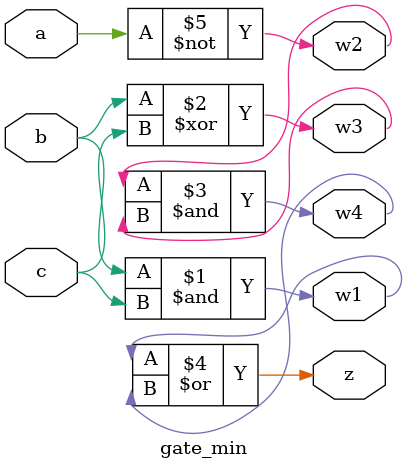
<source format=sv>
module gate_min(w1,w2,w3,w4,z,a,b,c);
  input a,b,c;
  output w1,w2,w3,w4,z;

  and n1(w1,b,c);
  not n2(w2,a);
  xor n3(w3,b,c);
  and n4(w4,w2,w3);
  or n5(z,w1,w4);
  
 
 endmodule

</source>
